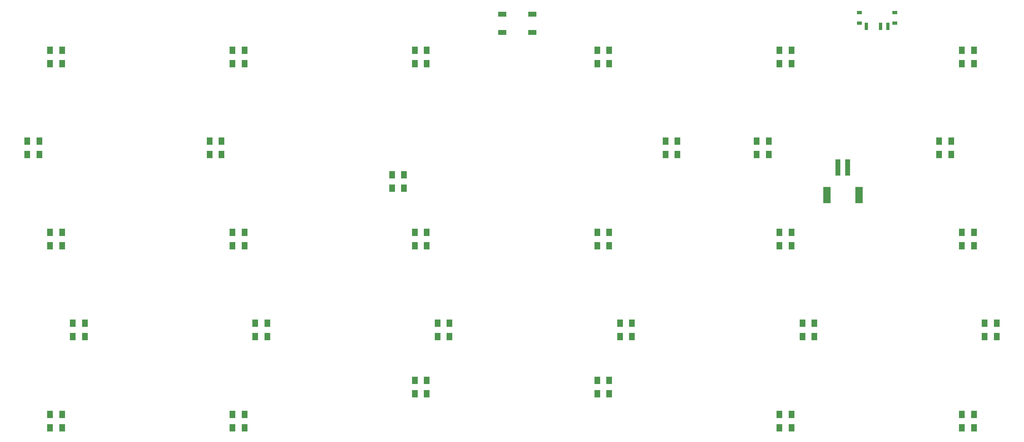
<source format=gbr>
G04 #@! TF.GenerationSoftware,KiCad,Pcbnew,(5.1.5-0-10_14)*
G04 #@! TF.CreationDate,2020-01-18T18:56:08-08:00*
G04 #@! TF.ProjectId,BRZ60_BLE_0.1,42525a36-305f-4424-9c45-5f302e312e6b,rev?*
G04 #@! TF.SameCoordinates,Original*
G04 #@! TF.FileFunction,Paste,Bot*
G04 #@! TF.FilePolarity,Positive*
%FSLAX46Y46*%
G04 Gerber Fmt 4.6, Leading zero omitted, Abs format (unit mm)*
G04 Created by KiCad (PCBNEW (5.1.5-0-10_14)) date 2020-01-18 18:56:08*
%MOMM*%
%LPD*%
G04 APERTURE LIST*
%ADD10R,1.200000X1.600000*%
%ADD11R,1.700000X1.000000*%
%ADD12R,1.000000X3.500000*%
%ADD13R,1.500000X3.400000*%
%ADD14R,1.000000X0.800000*%
%ADD15R,0.700000X1.500000*%
G04 APERTURE END LIST*
D10*
X170820001Y-70150001D03*
X170820001Y-67350001D03*
D11*
X200050000Y-33850000D03*
X193750000Y-33850000D03*
X200050000Y-37650000D03*
X193750000Y-37650000D03*
D12*
X265750000Y-65800000D03*
X263750000Y-65800000D03*
D13*
X268100000Y-71550000D03*
X261400000Y-71550000D03*
D10*
X137570001Y-44150001D03*
X137570001Y-41350001D03*
X99570001Y-44150001D03*
X99570001Y-41350001D03*
X102070001Y-44150001D03*
X102070001Y-41350001D03*
X140070001Y-44150001D03*
X140070001Y-41350001D03*
X175570001Y-44150001D03*
X175570001Y-41350001D03*
X178070001Y-44150001D03*
X178070001Y-41350001D03*
X213570001Y-44150001D03*
X213570001Y-41350001D03*
X216070001Y-44150001D03*
X216070001Y-41350001D03*
X251570001Y-44150001D03*
X251570001Y-41350001D03*
X254070001Y-44150001D03*
X254070001Y-41350001D03*
X289570001Y-44150001D03*
X289570001Y-41350001D03*
X292070001Y-44150001D03*
X292070001Y-41350001D03*
X94820001Y-63150001D03*
X94820001Y-60350001D03*
X97320001Y-63150001D03*
X97320001Y-60350001D03*
X132820001Y-63150001D03*
X132820001Y-60350001D03*
X135320001Y-63150001D03*
X135320001Y-60350001D03*
X173320001Y-70150001D03*
X173320001Y-67350001D03*
X227820001Y-63150001D03*
X227820001Y-60350001D03*
X230320001Y-63150001D03*
X230320001Y-60350001D03*
X246820001Y-63150001D03*
X246820001Y-60350001D03*
X249320001Y-63150001D03*
X249320001Y-60350001D03*
X284820001Y-63150001D03*
X284820001Y-60350001D03*
X287320001Y-63150001D03*
X287320001Y-60350001D03*
X99570001Y-82150001D03*
X99570001Y-79350001D03*
X102070001Y-82150001D03*
X102070001Y-79350001D03*
X137570001Y-82150001D03*
X137570001Y-79350001D03*
X140070001Y-82150001D03*
X140070001Y-79350001D03*
X175570001Y-82150001D03*
X175570001Y-79350001D03*
X178070001Y-82150001D03*
X178070001Y-79350001D03*
X213570001Y-82150001D03*
X213570001Y-79350001D03*
X216070001Y-82150001D03*
X216070001Y-79350001D03*
X251570001Y-82150001D03*
X251570001Y-79350001D03*
X254070001Y-82150001D03*
X254070001Y-79350001D03*
X289570001Y-82150001D03*
X289570001Y-79350001D03*
X292070001Y-82150001D03*
X292070001Y-79350001D03*
X104320001Y-101150001D03*
X104320001Y-98350001D03*
X106820001Y-101150001D03*
X106820001Y-98350001D03*
X142320001Y-101150001D03*
X142320001Y-98350001D03*
X144820001Y-101150001D03*
X144820001Y-98350001D03*
X180320001Y-101150001D03*
X180320001Y-98350001D03*
X182820001Y-101150001D03*
X182820001Y-98350001D03*
X218320001Y-101150001D03*
X218320001Y-98350001D03*
X220820001Y-101150001D03*
X220820001Y-98350001D03*
X256320001Y-101150001D03*
X256320001Y-98350001D03*
X258820001Y-101150001D03*
X258820001Y-98350001D03*
X294320001Y-101150001D03*
X294320001Y-98350001D03*
X296820001Y-101150001D03*
X296820001Y-98350001D03*
X99570001Y-120150001D03*
X99570001Y-117350001D03*
X102070001Y-120150001D03*
X102070001Y-117350001D03*
X137570001Y-120150001D03*
X137570001Y-117350001D03*
X140070001Y-120150001D03*
X140070001Y-117350001D03*
X175570001Y-113050001D03*
X175570001Y-110250001D03*
X178070001Y-113050001D03*
X178070001Y-110250001D03*
X213570001Y-113050001D03*
X213570001Y-110250001D03*
X216070001Y-113050001D03*
X216070001Y-110250001D03*
X251570001Y-120150001D03*
X251570001Y-117350001D03*
X254070001Y-120150001D03*
X254070001Y-117350001D03*
X289570001Y-120150001D03*
X289570001Y-117350001D03*
X292070001Y-120150001D03*
X292070001Y-117350001D03*
D14*
X268250000Y-35680000D03*
X275550000Y-35680000D03*
X275550000Y-33470000D03*
X268250000Y-33470000D03*
D15*
X274150000Y-36330000D03*
X272650000Y-36330000D03*
X269650000Y-36330000D03*
M02*

</source>
